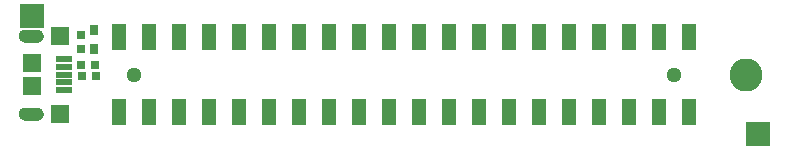
<source format=gts>
G75*
%MOIN*%
%OFA0B0*%
%FSLAX24Y24*%
%IPPOS*%
%LPD*%
%AMOC8*
5,1,8,0,0,1.08239X$1,22.5*
%
%ADD10C,0.1103*%
%ADD11C,0.0437*%
%ADD12R,0.0571X0.0197*%
%ADD13R,0.0631X0.0631*%
%ADD14C,0.0437*%
%ADD15R,0.0316X0.0375*%
%ADD16R,0.0276X0.0276*%
%ADD17C,0.0434*%
%ADD18R,0.0787X0.0787*%
%ADD19R,0.0473X0.0906*%
%ADD20C,0.0512*%
D10*
X024741Y015990D03*
D11*
X001108Y014691D02*
X000712Y014691D01*
X000712Y017289D02*
X001108Y017289D01*
D12*
X001985Y016502D03*
X001985Y016246D03*
X001985Y015990D03*
X001985Y015734D03*
X001985Y015478D03*
D13*
X000922Y015596D03*
X000922Y016384D03*
X001867Y017289D03*
X001867Y014691D03*
D14*
X001107Y014691D03*
X000713Y014691D03*
X000713Y017289D03*
X001107Y017289D03*
D15*
X003003Y017466D03*
X003003Y016836D03*
D16*
X002583Y016834D03*
X002583Y017306D03*
X002570Y016302D03*
X003042Y016302D03*
X003060Y015930D03*
X002587Y015930D03*
D17*
X000922Y017959D03*
X025134Y014022D03*
D18*
X025134Y014022D03*
X000922Y017959D03*
D19*
X003823Y017240D03*
X004823Y017240D03*
X005823Y017240D03*
X006823Y017240D03*
X007823Y017240D03*
X008823Y017240D03*
X009823Y017240D03*
X010823Y017240D03*
X011823Y017240D03*
X012823Y017240D03*
X013823Y017240D03*
X014823Y017240D03*
X015823Y017240D03*
X016823Y017240D03*
X017823Y017240D03*
X018823Y017240D03*
X019823Y017240D03*
X020823Y017240D03*
X021823Y017240D03*
X022823Y017240D03*
X022823Y014740D03*
X021823Y014740D03*
X020823Y014740D03*
X019823Y014740D03*
X018823Y014740D03*
X017823Y014740D03*
X016823Y014740D03*
X015823Y014740D03*
X014823Y014740D03*
X013823Y014740D03*
X012823Y014740D03*
X011823Y014740D03*
X010823Y014740D03*
X009823Y014740D03*
X008823Y014740D03*
X007823Y014740D03*
X006823Y014740D03*
X005823Y014740D03*
X004823Y014740D03*
X003823Y014740D03*
D20*
X004323Y015990D03*
X022323Y015990D03*
M02*

</source>
